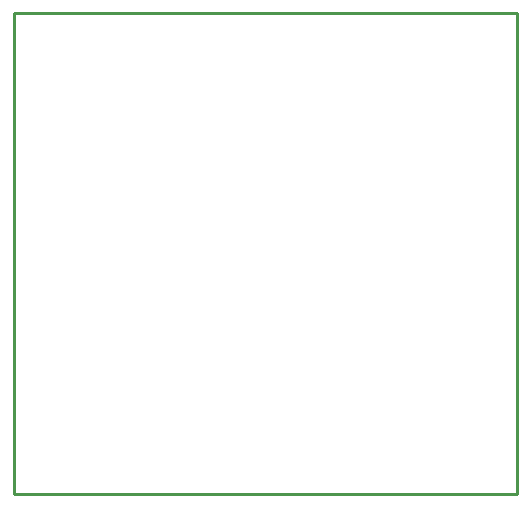
<source format=gbr>
G04 EAGLE Gerber RS-274X export*
G75*
%MOMM*%
%FSLAX34Y34*%
%LPD*%
%IN*%
%IPPOS*%
%AMOC8*
5,1,8,0,0,1.08239X$1,22.5*%
G01*
%ADD10C,0.254000*%


D10*
X0Y0D02*
X425960Y0D01*
X425960Y407570D01*
X0Y407570D01*
X0Y0D01*
M02*

</source>
